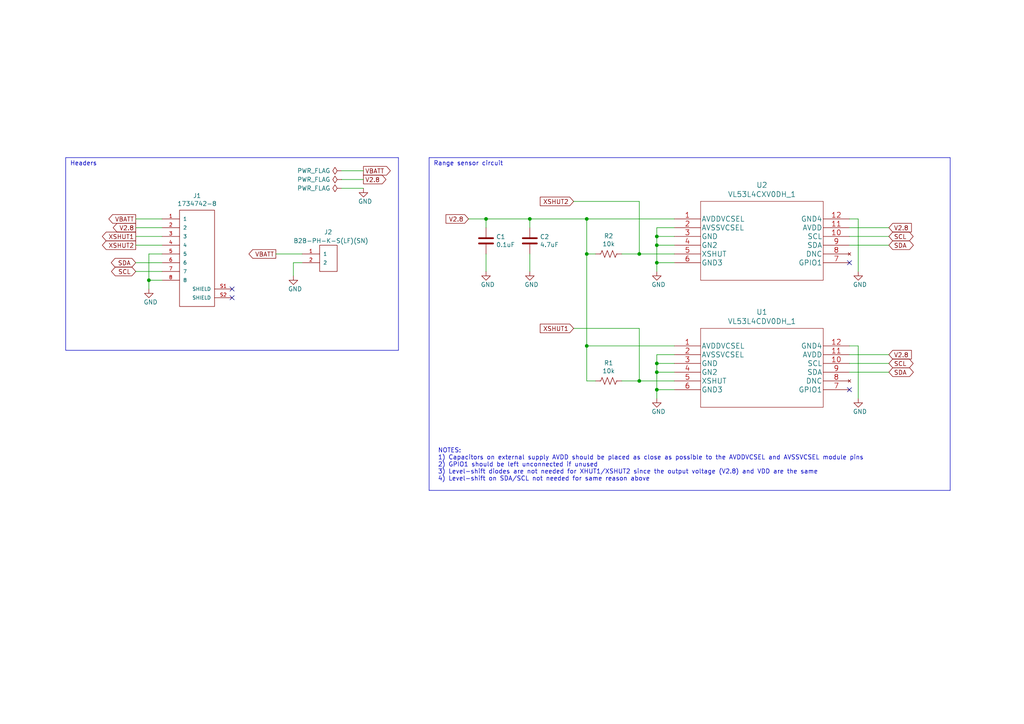
<source format=kicad_sch>
(kicad_sch (version 20230121) (generator eeschema)
  (paper "A4")
  (title_block (title "SIDFLC Secondary Board") (date "2023-01-23") (rev "2.0") (comment 1 "Designed by Andrew Green"))
  (lib_symbols
    (symbol "B2B-PH-K-S_LF_SN:B2B-PH-K-S(LF)(SN)" (pin_names (offset 1.016))
      (property "Reference" "J" (at -2.54 3.81 0))
      (property "Value" "B2B-PH-K-S(LF)(SN)" (at -8.89 -7.62 0))
      (symbol "B2B-PH-K-S(LF)(SN)_0_0"
        (pin passive line (at -7.62 0 0) (length 5.08) (name "1") (number "1"))
        (pin passive line (at -7.62 -2.54 0) (length 5.08) (name "2") (number "2"))
      )
      (symbol "B2B-PH-K-S(LF)(SN)_0_1"
        (rectangle (start -2.54 2.54) (end 2.54 -5.08))
      )
    )
    (symbol "Device:C" (pin_numbers hide) (pin_names (offset 0.254))
      (property "Reference" "C" (at 0.635 2.54 0))
      (property "Value" "C" (at 0.635 -2.54 0))
      (symbol "C_0_1"
        (polyline (pts (xy -2.032 -0.762) (xy 2.032 -0.762)) (stroke (width 0.508)))
        (polyline (pts (xy -2.032 0.762) (xy 2.032 0.762)) (stroke (width 0.508)))
      )
      (symbol "C_1_1"
        (pin passive line (at 0 3.81 270) (length 2.794) (name "~") (number "1"))
        (pin passive line (at 0 -3.81 90) (length 2.794) (name "~") (number "2"))
      )
    )
    (symbol "Device:R_US" (pin_numbers hide) (pin_names (offset 0))
      (property "Reference" "R" (at 2.54 0 90))
      (property "Value" "R_US" (at -2.54 0 90))
      (symbol "R_US_0_1"
        (polyline (pts (xy 0 -2.286) (xy 0 -2.54)))
        (polyline (pts (xy 0 2.286) (xy 0 2.54)))
        (polyline (pts (xy 0 -0.762) (xy 1.016 -1.143) (xy 0 -1.524) (xy -1.016 -1.905) (xy 0 -2.286)))
        (polyline (pts (xy 0 0.762) (xy 1.016 0.381) (xy 0 0) (xy -1.016 -0.381) (xy 0 -0.762)))
        (polyline (pts (xy 0 2.286) (xy 1.016 1.905) (xy 0 1.524) (xy -1.016 1.143) (xy 0 0.762)))
      )
      (symbol "R_US_1_1"
        (pin passive line (at 0 3.81 270) (length 1.27) (name "~") (number "1"))
        (pin passive line (at 0 -3.81 90) (length 1.27) (name "~") (number "2"))
      )
    )
    (symbol "TE_1734742-8:1734742-8" (pin_names (offset 1.016))
      (property "Reference" "J" (at -5.08 16.51 0))
      (property "Value" "1734742-8" (at -5.08 13.97 0))
      (symbol "1734742-8_0_0"
        (pin passive line (at -10.16 10.16 0) (length 5.08) (name "1") (number "1"))
        (pin passive line (at -10.16 7.62 0) (length 5.08) (name "2") (number "2"))
        (pin passive line (at -10.16 5.08 0) (length 5.08) (name "3") (number "3"))
        (pin passive line (at -10.16 2.54 0) (length 5.08) (name "4") (number "4"))
        (pin passive line (at -10.16 0 0) (length 5.08) (name "5") (number "5"))
        (pin passive line (at -10.16 -2.54 0) (length 5.08) (name "6") (number "6"))
        (pin passive line (at -10.16 -5.08 0) (length 5.08) (name "7") (number "7"))
        (pin passive line (at -10.16 -7.62 0) (length 5.08) (name "8") (number "8"))
        (pin passive line (at 10.16 -10.16 180) (length 5.08) (name "SHIELD") (number "S1"))
        (pin passive line (at 10.16 -12.7 180) (length 5.08) (name "SHIELD") (number "S2"))
      )
      (symbol "1734742-8_1_1"
        (rectangle (start -5.08 12.7) (end 5.08 -15.24))
      )
    )
    (symbol "VL53L4CDV0DH1:VL53L4CDV0DH_1" (pin_names (offset 0.254))
      (property "Reference" "U" (at 25.4 10.16 0))
      (property "Value" "VL53L4CDV0DH_1" (at 25.4 7.62 0))
      (symbol "VL53L4CDV0DH_1_1_1"
        (polyline (pts (xy 7.62 -17.78) (xy 43.18 -17.78)) (stroke (width 0.127)))
        (polyline (pts (xy 7.62 5.08) (xy 7.62 -17.78)) (stroke (width 0.127)))
        (polyline (pts (xy 43.18 -17.78) (xy 43.18 5.08)) (stroke (width 0.127)))
        (polyline (pts (xy 43.18 5.08) (xy 7.62 5.08)) (stroke (width 0.127)))
        (pin power_in line (at 0 0 0) (length 7.62) (name "AVDDVCSEL") (number "1"))
        (pin bidirectional line (at 50.8 -5.08 180) (length 7.62) (name "SCL") (number "10"))
        (pin power_in line (at 50.8 -2.54 180) (length 7.62) (name "AVDD") (number "11"))
        (pin power_in line (at 50.8 0 180) (length 7.62) (name "GND4") (number "12"))
        (pin power_in line (at 0 -2.54 0) (length 7.62) (name "AVSSVCSEL") (number "2"))
        (pin power_in line (at 0 -5.08 0) (length 7.62) (name "GND") (number "3"))
        (pin power_in line (at 0 -7.62 0) (length 7.62) (name "GN2") (number "4"))
        (pin input line (at 0 -10.16 0) (length 7.62) (name "XSHUT") (number "5"))
        (pin power_in line (at 0 -12.7 0) (length 7.62) (name "GND3") (number "6"))
        (pin output line (at 50.8 -12.7 180) (length 7.62) (name "GPIO1") (number "7"))
        (pin no_connect line (at 50.8 -10.16 180) (length 7.62) (name "DNC") (number "8"))
        (pin bidirectional line (at 50.8 -7.62 180) (length 7.62) (name "SDA") (number "9"))
      )
    )
    (symbol "VL53L4CXV0DH1:VL53L4CDV0DH/1" (pin_names (offset 0.254))
      (property "Reference" "U" (at 25.4 10.16 0))
      (property "Value" "VL53L4CDV0DH/1" (at 25.4 7.62 0))
      (symbol "VL53L4CDV0DH/1_1_1"
        (polyline (pts (xy 7.62 -17.78) (xy 43.18 -17.78)) (stroke (width 0.127)))
        (polyline (pts (xy 7.62 5.08) (xy 7.62 -17.78)) (stroke (width 0.127)))
        (polyline (pts (xy 43.18 -17.78) (xy 43.18 5.08)) (stroke (width 0.127)))
        (polyline (pts (xy 43.18 5.08) (xy 7.62 5.08)) (stroke (width 0.127)))
        (pin power_in line (at 0 0 0) (length 7.62) (name "AVDDVCSEL") (number "1"))
        (pin bidirectional line (at 50.8 -5.08 180) (length 7.62) (name "SCL") (number "10"))
        (pin power_in line (at 50.8 -2.54 180) (length 7.62) (name "AVDD") (number "11"))
        (pin power_in line (at 50.8 0 180) (length 7.62) (name "GND4") (number "12"))
        (pin power_in line (at 0 -2.54 0) (length 7.62) (name "AVSSVCSEL") (number "2"))
        (pin power_in line (at 0 -5.08 0) (length 7.62) (name "GND") (number "3"))
        (pin power_in line (at 0 -7.62 0) (length 7.62) (name "GN2") (number "4"))
        (pin input line (at 0 -10.16 0) (length 7.62) (name "XSHUT") (number "5"))
        (pin power_in line (at 0 -12.7 0) (length 7.62) (name "GND3") (number "6"))
        (pin bidirectional line (at 50.8 -12.7 180) (length 7.62) (name "GPIO1") (number "7"))
        (pin no_connect line (at 50.8 -10.16 180) (length 7.62) (name "DNC") (number "8"))
        (pin bidirectional line (at 50.8 -7.62 180) (length 7.62) (name "SDA") (number "9"))
      )
    )
    (symbol "power:GND" (power) (pin_names (offset 0))
      (property "Value" "GND" (at 0 -3.81 0))
      (symbol "GND_0_1"
        (polyline (pts (xy 0 0) (xy 0 -1.27) (xy 1.27 -1.27) (xy 0 -2.54) (xy -1.27 -1.27) (xy 0 -1.27)))
      )
      (symbol "GND_1_1"
        (pin power_in line (at 0 0 270) (length 0) hide (name "GND") (number "1"))
      )
    )
    (symbol "power:PWR_FLAG" (power) (pin_numbers hide) (pin_names (offset 0) hide)
      (property "Value" "PWR_FLAG" (at 0 3.81 0))
      (symbol "PWR_FLAG_0_0"
        (pin power_out line (at 0 0 90) (length 0) (name "pwr") (number "1"))
      )
      (symbol "PWR_FLAG_0_1"
        (polyline (pts (xy 0 0) (xy 0 1.27) (xy -1.016 1.905) (xy 0 2.54) (xy 1.016 1.905) (xy 0 1.27)))
      )
    )
  )
  (junction (at 190.5 71.12))
  (junction (at 43.18 81.28))
  (junction (at 140.97 63.5))
  (junction (at 190.5 105.41))
  (junction (at 190.5 113.03))
  (junction (at 190.5 107.95))
  (junction (at 170.18 100.33))
  (junction (at 190.5 76.2))
  (junction (at 170.18 73.66))
  (junction (at 185.42 73.66))
  (junction (at 153.67 63.5))
  (junction (at 185.42 110.49))
  (junction (at 190.5 68.58))
  (junction (at 170.18 63.5))
  (no_connect (at 67.31 86.36))
  (no_connect (at 246.38 76.2))
  (no_connect (at 67.31 83.82))
  (no_connect (at 246.38 113.03))
  (wire (pts (xy 180.34 110.49) (xy 185.42 110.49)))
  (wire (pts (xy 135.89 63.5) (xy 140.97 63.5)))
  (wire (pts (xy 246.38 66.04) (xy 257.81 66.04)))
  (wire (pts (xy 195.58 68.58) (xy 190.5 68.58)))
  (wire (pts (xy 140.97 73.66) (xy 140.97 78.74)))
  (wire (pts (xy 140.97 63.5) (xy 153.67 63.5)))
  (wire (pts (xy 246.38 107.95) (xy 257.81 107.95)))
  (wire (pts (xy 246.38 105.41) (xy 257.81 105.41)))
  (wire (pts (xy 39.37 63.5) (xy 46.99 63.5)))
  (wire (pts (xy 195.58 73.66) (xy 185.42 73.66)))
  (wire (pts (xy 195.58 113.03) (xy 190.5 113.03)))
  (wire (pts (xy 46.99 78.74) (xy 39.37 78.74)))
  (wire (pts (xy 185.42 110.49) (xy 195.58 110.49)))
  (wire (pts (xy 195.58 107.95) (xy 190.5 107.95)))
  (wire (pts (xy 246.38 68.58) (xy 257.81 68.58)))
  (wire (pts (xy 39.37 71.12) (xy 46.99 71.12)))
  (polyline (pts (xy 124.46 142.24) (xy 275.59 142.24)))
  (wire (pts (xy 246.38 100.33) (xy 248.92 100.33)))
  (wire (pts (xy 170.18 73.66) (xy 170.18 100.33)))
  (wire (pts (xy 43.18 73.66) (xy 43.18 81.28)))
  (wire (pts (xy 185.42 95.25) (xy 185.42 110.49)))
  (wire (pts (xy 99.06 54.61) (xy 105.41 54.61)))
  (wire (pts (xy 185.42 73.66) (xy 185.42 58.42)))
  (wire (pts (xy 190.5 76.2) (xy 190.5 71.12)))
  (wire (pts (xy 185.42 95.25) (xy 166.37 95.25)))
  (polyline (pts (xy 115.57 101.6) (xy 115.57 45.72)))
  (wire (pts (xy 140.97 66.04) (xy 140.97 63.5)))
  (wire (pts (xy 246.38 102.87) (xy 257.81 102.87)))
  (wire (pts (xy 46.99 76.2) (xy 39.37 76.2)))
  (wire (pts (xy 153.67 66.04) (xy 153.67 63.5)))
  (wire (pts (xy 46.99 73.66) (xy 43.18 73.66)))
  (wire (pts (xy 190.5 76.2) (xy 190.5 78.74)))
  (wire (pts (xy 195.58 63.5) (xy 170.18 63.5)))
  (wire (pts (xy 39.37 66.04) (xy 46.99 66.04)))
  (polyline (pts (xy 124.46 45.72) (xy 275.59 45.72)))
  (wire (pts (xy 170.18 73.66) (xy 170.18 63.5)))
  (wire (pts (xy 246.38 63.5) (xy 248.92 63.5)))
  (wire (pts (xy 195.58 71.12) (xy 190.5 71.12)))
  (wire (pts (xy 99.06 49.53) (xy 105.41 49.53)))
  (wire (pts (xy 153.67 73.66) (xy 153.67 78.74)))
  (wire (pts (xy 185.42 58.42) (xy 166.37 58.42)))
  (wire (pts (xy 85.09 76.2) (xy 85.09 80.01)))
  (wire (pts (xy 170.18 63.5) (xy 153.67 63.5)))
  (wire (pts (xy 190.5 68.58) (xy 190.5 66.04)))
  (wire (pts (xy 190.5 66.04) (xy 195.58 66.04)))
  (wire (pts (xy 43.18 81.28) (xy 43.18 83.82)))
  (polyline (pts (xy 19.05 101.6) (xy 115.57 101.6)))
  (wire (pts (xy 246.38 71.12) (xy 257.81 71.12)))
  (wire (pts (xy 170.18 100.33) (xy 195.58 100.33)))
  (wire (pts (xy 190.5 71.12) (xy 190.5 68.58)))
  (polyline (pts (xy 275.59 142.24) (xy 275.59 45.72)))
  (wire (pts (xy 46.99 81.28) (xy 43.18 81.28)))
  (wire (pts (xy 190.5 113.03) (xy 190.5 107.95)))
  (wire (pts (xy 248.92 63.5) (xy 248.92 78.74)))
  (wire (pts (xy 46.99 68.58) (xy 39.37 68.58)))
  (polyline (pts (xy 19.05 45.72) (xy 19.05 101.6)))
  (wire (pts (xy 195.58 76.2) (xy 190.5 76.2)))
  (wire (pts (xy 99.06 52.07) (xy 105.41 52.07)))
  (wire (pts (xy 185.42 73.66) (xy 180.34 73.66)))
  (wire (pts (xy 170.18 73.66) (xy 172.72 73.66)))
  (wire (pts (xy 190.5 105.41) (xy 190.5 102.87)))
  (wire (pts (xy 190.5 107.95) (xy 190.5 105.41)))
  (wire (pts (xy 170.18 100.33) (xy 170.18 110.49)))
  (wire (pts (xy 170.18 110.49) (xy 172.72 110.49)))
  (wire (pts (xy 80.01 73.66) (xy 87.63 73.66)))
  (wire (pts (xy 87.63 76.2) (xy 85.09 76.2)))
  (polyline (pts (xy 115.57 45.72) (xy 19.05 45.72)))
  (polyline (pts (xy 124.46 45.72) (xy 124.46 142.24)))
  (wire (pts (xy 190.5 102.87) (xy 195.58 102.87)))
  (wire (pts (xy 248.92 100.33) (xy 248.92 115.57)))
  (wire (pts (xy 190.5 113.03) (xy 190.5 115.57)))
  (wire (pts (xy 195.58 105.41) (xy 190.5 105.41)))
  (text "Headers" (at 20.32 48.26 0) (effects (font (size 1.27 1.27)) (justify left bottom)))
  (text "Range sensor circuit" (at 125.73 48.26 0) (effects (font (size 1.27 1.27)) (justify left bottom)))
  (text "NOTES:\n1) Capacitors on external supply AVDD should be placed as close as possible to the AVDDVCSEL and AVSSVCSEL module pins\n2) GPIO1 should be left unconnected if unused\n3) Level-shift diodes are not needed for XHUT1/XSHUT2 since the output voltage (V2.8) and VDD are the same\n4) Level-shift on SDA/SCL not needed for same reason above" (at 127 139.7 0) (effects (font (size 1.27 1.27)) (justify left bottom)))
  (global_label "XSHUT2" (shape input) (at 166.37 58.42 180) (property "Intersheetrefs" "${INTERSHEET_REFS}" (effects hide)))
  (global_label "V2.8" (shape output) (at 105.41 52.07 0) (property "Intersheetrefs" "${INTERSHEET_REFS}" (effects hide)))
  (global_label "V2.8" (shape input) (at 257.81 66.04 0) (property "Intersheetrefs" "${INTERSHEET_REFS}" (effects hide)))
  (global_label "XSHUT1" (shape input) (at 166.37 95.25 180) (property "Intersheetrefs" "${INTERSHEET_REFS}" (effects hide)))
  (global_label "SDA" (shape bidirectional) (at 39.37 76.2 180) (property "Intersheetrefs" "${INTERSHEET_REFS}" (effects hide)))
  (global_label "VBATT" (shape output) (at 80.01 73.66 180) (property "Intersheetrefs" "${INTERSHEET_REFS}" (effects hide)))
  (global_label "XSHUT1" (shape output) (at 39.37 68.58 180) (property "Intersheetrefs" "${INTERSHEET_REFS}" (effects hide)))
  (global_label "V2.8" (shape input) (at 257.81 102.87 0) (property "Intersheetrefs" "${INTERSHEET_REFS}" (effects hide)))
  (global_label "VBATT" (shape output) (at 39.37 63.5 180) (property "Intersheetrefs" "${INTERSHEET_REFS}" (effects hide)))
  (global_label "V2.8" (shape output) (at 39.37 66.04 180) (property "Intersheetrefs" "${INTERSHEET_REFS}" (effects hide)))
  (global_label "V2.8" (shape input) (at 135.89 63.5 180) (property "Intersheetrefs" "${INTERSHEET_REFS}" (effects hide)))
  (global_label "SDA" (shape bidirectional) (at 257.81 107.95 0) (property "Intersheetrefs" "${INTERSHEET_REFS}" (effects hide)))
  (global_label "XSHUT2" (shape output) (at 39.37 71.12 180) (property "Intersheetrefs" "${INTERSHEET_REFS}" (effects hide)))
  (global_label "VBATT" (shape output) (at 105.41 49.53 0) (property "Intersheetrefs" "${INTERSHEET_REFS}" (effects hide)))
  (global_label "SCL" (shape bidirectional) (at 39.37 78.74 180) (property "Intersheetrefs" "${INTERSHEET_REFS}" (effects hide)))
  (global_label "SDA" (shape bidirectional) (at 257.81 71.12 0) (property "Intersheetrefs" "${INTERSHEET_REFS}" (effects hide)))
  (global_label "SCL" (shape bidirectional) (at 257.81 105.41 0) (property "Intersheetrefs" "${INTERSHEET_REFS}" (effects hide)))
  (global_label "SCL" (shape bidirectional) (at 257.81 68.58 0) (property "Intersheetrefs" "${INTERSHEET_REFS}" (effects hide)))
  (symbol (lib_id "Device:R_US") (at 176.53 73.66 270) (unit 1)
    (property "Reference" "R2" (at 176.53 68.453 90))
    (property "Value" "10k" (at 176.53 70.7644 90))
    (property "Footprint" "Stackpole_Res_0402:Stackpole_Res_0402" (effects hide))
  )
  (symbol (lib_id "Device:R_US") (at 176.53 110.49 270) (unit 1)
    (property "Reference" "R1" (at 176.53 105.283 90))
    (property "Value" "10k" (at 176.53 107.5944 90))
    (property "Footprint" "Stackpole_Res_0402:Stackpole_Res_0402" (effects hide))
  )
  (symbol (lib_id "Device:C") (at 153.67 69.85 0) (unit 1)
    (property "Reference" "C2" (at 156.591 68.6816 0) (effects (justify left)))
    (property "Value" "4.7uF" (at 156.591 70.993 0) (effects (justify left)))
    (property "Footprint" "Capacitor_Taiyo_Yuden_0402:Capacitor_Taiyo_Yuden_0402" (effects hide))
  )
  (symbol (lib_id "power:GND") (at 153.67 78.74 0) (unit 1)
    (property "Reference" "#PWR0103" (effects hide))
    (property "Value" "GND" (at 156.21 82.55 0) (effects (justify right)))
  )
  (symbol (lib_id "Device:C") (at 140.97 69.85 0) (unit 1)
    (property "Reference" "C1" (at 143.891 68.6816 0) (effects (justify left)))
    (property "Value" "0.1uF" (at 143.891 70.993 0) (effects (justify left)))
    (property "Footprint" "Capacitor_Taiyo_Yuden_0402:Capacitor_Taiyo_Yuden_0402" (effects hide))
  )
  (symbol (lib_id "power:GND") (at 140.97 78.74 0) (unit 1)
    (property "Reference" "#PWR0104" (effects hide))
    (property "Value" "GND" (at 143.51 82.55 0) (effects (justify right)))
  )
  (symbol (lib_id "power:GND") (at 43.18 83.82 0) (unit 1)
    (property "Reference" "#PWR0106" (effects hide))
    (property "Value" "GND" (at 45.72 87.63 0) (effects (justify right)))
  )
  (symbol (lib_id "power:GND") (at 248.92 78.74 0) (unit 1)
    (property "Reference" "#PWR0101" (effects hide))
    (property "Value" "GND" (at 251.46 82.55 0) (effects (justify right)))
  )
  (symbol (lib_id "power:GND") (at 190.5 78.74 0) (unit 1)
    (property "Reference" "#PWR0102" (effects hide))
    (property "Value" "GND" (at 193.04 82.55 0) (effects (justify right)))
  )
  (symbol (lib_id "power:PWR_FLAG") (at 99.06 49.53 90) (unit 1)
    (property "Reference" "#FLG0103" (effects hide))
    (property "Value" "PWR_FLAG" (at 95.8342 49.53 90) (effects (justify left)))
  )
  (symbol (lib_id "B2B-PH-K-S_LF_SN:B2B-PH-K-S(LF)(SN)") (at 95.25 73.66 0) (unit 1)
    (property "Reference" "J2" (at 93.98 67.31 0) (effects (justify left)))
    (property "Value" "B2B-PH-K-S(LF)(SN)" (at 85.09 69.85 0) (effects (justify left)))
    (property "Footprint" "JST_B2B-PH-K-S(LF)(SN)" (effects hide))
    (property "PARTREV" "N/A" (effects hide))
    (property "STANDARD" "IPC-7251" (effects hide))
    (property "DIGI-KEY_PURCHASE_URL" "https://www.digikey.com.ua/product-detail/en/jst-sales-america-inc/B2B-PH-K-S_LF__SN_/455-1704-ND/926611?utm_source=snapeda&utm_medium=aggregator&utm_campaign=symbol" (effects hide))
    (property "DIGI-KEY_PART_NUMBER" "455-1704-ND" (effects hide))
    (property "MF" "JST Sales" (effects hide))
    (property "PACKAGE" "None" (effects hide))
    (property "DESCRIPTION" "PH Series 2 Position 2 mm Pitch Through Hole Top Entry Shrouded Header" (effects hide))
    (property "MP" "B2B-PH-K-S_LF__SN_" (effects hide))
  )
  (symbol (lib_id "VL53L4CXV0DH1:VL53L4CDV0DH/1") (at 195.58 63.5 0) (unit 1)
    (property "Reference" "U2" (at 220.98 53.6702 0) (effects (font (size 1.524 1.524))))
    (property "Value" "VL53L4CXV0DH_1" (at 220.98 56.3626 0) (effects (font (size 1.524 1.524))))
    (property "Footprint" "VL53L4CDV0DH/1_STM" (effects hide))
  )
  (symbol (lib_id "TE_1734742-8:1734742-8") (at 57.15 73.66 0) (unit 1)
    (property "Reference" "J1" (at 57.15 56.769 0))
    (property "Value" "1734742-8" (at 57.15 59.0804 0))
    (property "Footprint" "1734742-8:TE_1734742-8" (effects hide))
    (property "Comment" "1734742-8" (effects hide))
    (property "EU_RoHS_Compliance" "Compliant" (effects hide))
  )
  (symbol (lib_id "power:GND") (at 85.09 80.01 0) (unit 1)
    (property "Reference" "#PWR0109" (effects hide))
    (property "Value" "GND" (at 87.63 83.82 0) (effects (justify right)))
  )
  (symbol (lib_id "power:PWR_FLAG") (at 99.06 52.07 90) (unit 1)
    (property "Reference" "#FLG0101" (effects hide))
    (property "Value" "PWR_FLAG" (at 95.8342 52.07 90) (effects (justify left)))
  )
  (symbol (lib_id "power:GND") (at 105.41 54.61 0) (unit 1)
    (property "Reference" "#PWR0108" (effects hide))
    (property "Value" "GND" (at 107.95 58.42 0) (effects (justify right)))
  )
  (symbol (lib_id "power:PWR_FLAG") (at 99.06 54.61 90) (unit 1)
    (property "Reference" "#FLG0102" (effects hide))
    (property "Value" "PWR_FLAG" (at 95.8342 54.61 90) (effects (justify left)))
  )
  (symbol (lib_id "VL53L4CDV0DH1:VL53L4CDV0DH_1") (at 195.58 100.33 0) (unit 1)
    (property "Reference" "U1" (at 220.98 90.5002 0) (effects (font (size 1.524 1.524))))
    (property "Value" "VL53L4CDV0DH_1" (at 220.98 93.1926 0) (effects (font (size 1.524 1.524))))
    (property "Footprint" "VL53L4CDV0DH/1_STM" (effects hide))
  )
  (symbol (lib_id "power:GND") (at 248.92 115.57 0) (unit 1)
    (property "Reference" "#PWR0105" (effects hide))
    (property "Value" "GND" (at 251.46 119.38 0) (effects (justify right)))
  )
  (symbol (lib_id "power:GND") (at 190.5 115.57 0) (unit 1)
    (property "Reference" "#PWR0107" (effects hide))
    (property "Value" "GND" (at 193.04 119.38 0) (effects (justify right)))
  )
)
</source>
